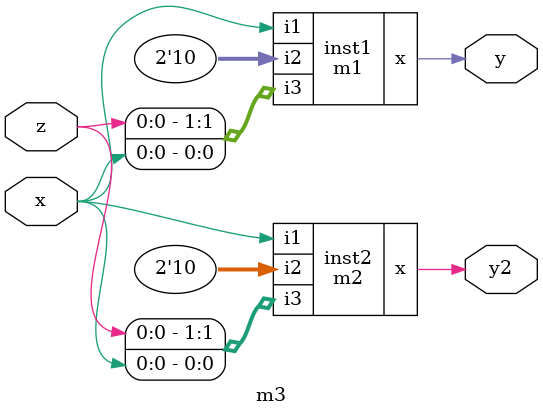
<source format=v>
module m1(
  input i1,
  input [1:0] i2,i3,
  output x);
  assign x=|i1 & ^i3;
endmodule

module m2(
  input signed i1,
  input signed [1:0] i2,i3,
  output signed x);
  assign x=|i1 & ^i3;
endmodule

module m3( x,y,z,y2);
  input x,z;
  output y;
  output signed y2; 
  m1 inst1(.i1(x), .i2({2'b10}), .i3({z,x}) , .x(y));
  m2 inst2(.i1(x), .i2({2'b10}), .i3({z,x}) , .x(y2));
endmodule   



</source>
